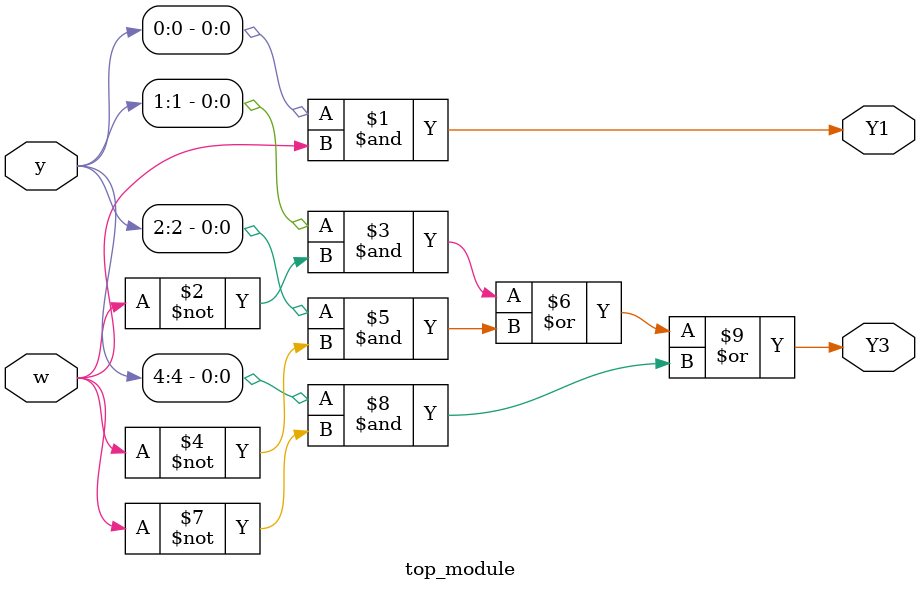
<source format=sv>
module top_module (
    input [5:0] y,
    input w,
    output Y1,
    output Y3
);
    // Assign Y1 (input of flip-flop y[1])
    // y[1] corresponds to state B: Transitions to state C on w=1 and state D on w=0
    assign Y1 = y[0] & w;

    // Assign Y3 (input of flip-flop y[3])
    // y[3] corresponds to state D: Transitions to state F on w=1 and state A on w=0
    assign Y3 = (y[1] & ~w) | (y[2] & ~w) | (y[4] & ~w);

endmodule

</source>
